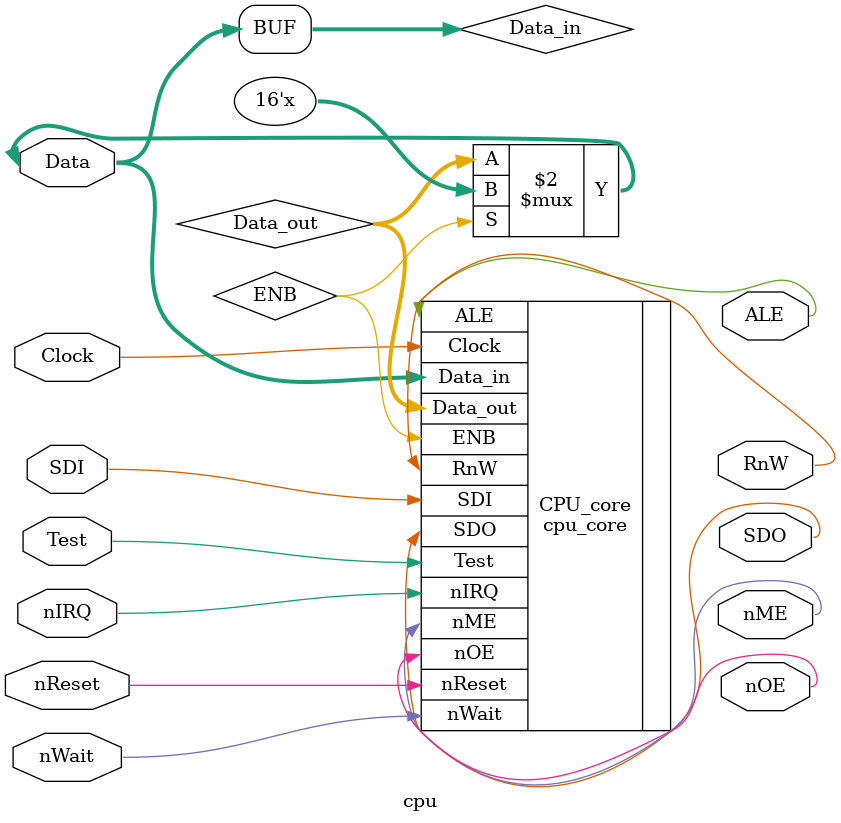
<source format=v>

`include "opcodes.v"
`timescale 1ns / 100ps

module cpu( Data, nME, ALE, RnW, nOE, SDO,
	nIRQ, nWait,
	Clock, nReset, Test, SDI );

//
// I/O declarations
//

inout [15:0] Data;
output nME, ALE, RnW, nOE, SDO;
input Clock, nReset, Test, SDI;
input nIRQ, nWait;

//
//wires
//
wire [15:0] Data_in;
wire [15:0] Data_out;
wire ENB;

//
// Simulation of bidirectional pads
//
assign Data = (ENB == 0) ? Data_out : 16'bz;
assign Data_in = Data;

cpu_core CPU_core ( 
	.Data_out(Data_out), .Data_in(Data_in),
	.ENB(ENB), .nME(nME), .ALE(ALE), .RnW(RnW), .nOE(nOE), .SDO(SDO),
	.nIRQ(nIRQ), .nWait(nWait),
	.Clock(Clock), .nReset(nReset), .Test(Test), .SDI(SDI) );

endmodule

</source>
